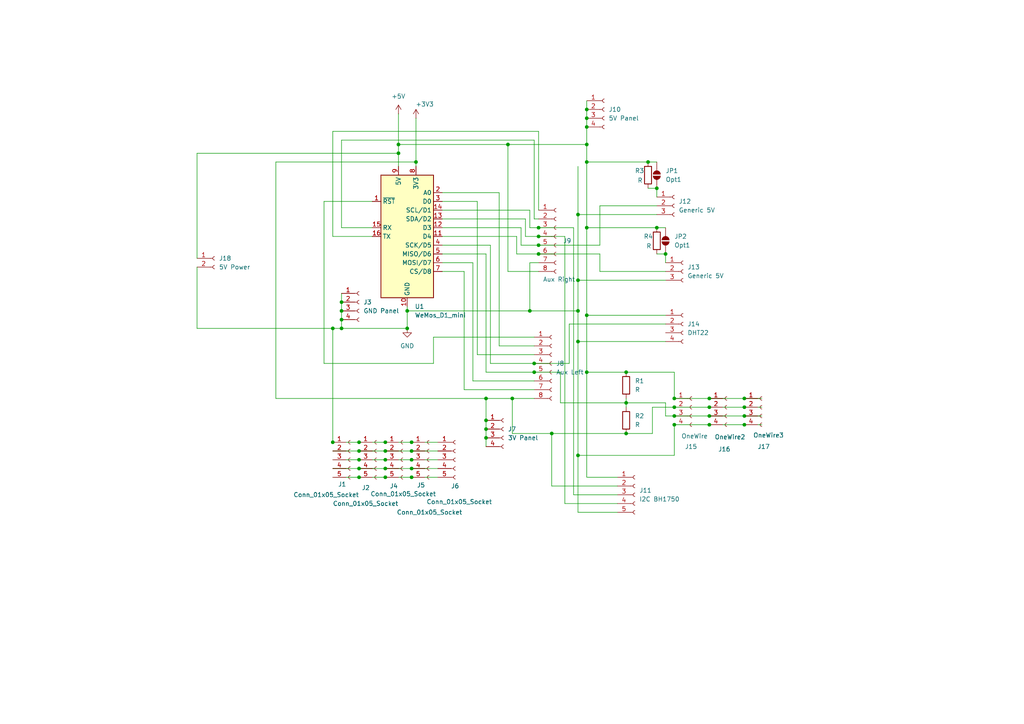
<source format=kicad_sch>
(kicad_sch (version 20231120) (generator "eeschema") (generator_version "8.0")
  (paper "A4")
  (lib_symbols
    (symbol "Connector:Conn_01x02_Socket" (pin_names (offset 1.016) hide)
      (property "Reference" "J" (at 0 2.54 0))
      (property "Value" "Conn_01x02_Socket" (at 0 -5.08 0))
      (symbol "Conn_01x02_Socket_1_1"
        (arc (start 0 -2.032) (mid -0.5058 -2.54) (end 0 -3.048) (stroke (width 0.1524)))
        (polyline (pts (xy -1.27 -2.54) (xy -0.508 -2.54)) (stroke (width 0.1524)))
        (polyline (pts (xy -1.27 0) (xy -0.508 0)) (stroke (width 0.1524)))
        (arc (start 0 0.508) (mid -0.5058 0) (end 0 -0.508) (stroke (width 0.1524)))
        (pin passive line (at -5.08 0 0) (length 3.81) (name "Pin_1") (number "1"))
        (pin passive line (at -5.08 -2.54 0) (length 3.81) (name "Pin_2") (number "2"))
      )
    )
    (symbol "Connector:Conn_01x03_Socket" (pin_names (offset 1.016) hide)
      (property "Reference" "J" (at 0 5.08 0))
      (property "Value" "Conn_01x03_Socket" (at 0 -5.08 0))
      (symbol "Conn_01x03_Socket_1_1"
        (arc (start 0 -2.032) (mid -0.5058 -2.54) (end 0 -3.048) (stroke (width 0.1524)))
        (polyline (pts (xy -1.27 -2.54) (xy -0.508 -2.54)) (stroke (width 0.1524)))
        (polyline (pts (xy -1.27 0) (xy -0.508 0)) (stroke (width 0.1524)))
        (polyline (pts (xy -1.27 2.54) (xy -0.508 2.54)) (stroke (width 0.1524)))
        (arc (start 0 0.508) (mid -0.5058 0) (end 0 -0.508) (stroke (width 0.1524)))
        (arc (start 0 3.048) (mid -0.5058 2.54) (end 0 2.032) (stroke (width 0.1524)))
        (pin passive line (at -5.08 2.54 0) (length 3.81) (name "Pin_1") (number "1"))
        (pin passive line (at -5.08 0 0) (length 3.81) (name "Pin_2") (number "2"))
        (pin passive line (at -5.08 -2.54 0) (length 3.81) (name "Pin_3") (number "3"))
      )
    )
    (symbol "Connector:Conn_01x04_Socket" (pin_names (offset 1.016) hide)
      (property "Reference" "J" (at 0 5.08 0))
      (property "Value" "Conn_01x04_Socket" (at 0 -7.62 0))
      (symbol "Conn_01x04_Socket_1_1"
        (arc (start 0 -4.572) (mid -0.5058 -5.08) (end 0 -5.588) (stroke (width 0.1524)))
        (arc (start 0 -2.032) (mid -0.5058 -2.54) (end 0 -3.048) (stroke (width 0.1524)))
        (polyline (pts (xy -1.27 -5.08) (xy -0.508 -5.08)) (stroke (width 0.1524)))
        (polyline (pts (xy -1.27 -2.54) (xy -0.508 -2.54)) (stroke (width 0.1524)))
        (polyline (pts (xy -1.27 0) (xy -0.508 0)) (stroke (width 0.1524)))
        (polyline (pts (xy -1.27 2.54) (xy -0.508 2.54)) (stroke (width 0.1524)))
        (arc (start 0 0.508) (mid -0.5058 0) (end 0 -0.508) (stroke (width 0.1524)))
        (arc (start 0 3.048) (mid -0.5058 2.54) (end 0 2.032) (stroke (width 0.1524)))
        (pin passive line (at -5.08 2.54 0) (length 3.81) (name "Pin_1") (number "1"))
        (pin passive line (at -5.08 0 0) (length 3.81) (name "Pin_2") (number "2"))
        (pin passive line (at -5.08 -2.54 0) (length 3.81) (name "Pin_3") (number "3"))
        (pin passive line (at -5.08 -5.08 0) (length 3.81) (name "Pin_4") (number "4"))
      )
    )
    (symbol "Connector:Conn_01x05_Socket" (pin_names (offset 1.016) hide)
      (property "Reference" "J" (at 0 7.62 0))
      (property "Value" "Conn_01x05_Socket" (at 0 -7.62 0))
      (symbol "Conn_01x05_Socket_1_1"
        (arc (start 0 -4.572) (mid -0.5058 -5.08) (end 0 -5.588) (stroke (width 0.1524)))
        (arc (start 0 -2.032) (mid -0.5058 -2.54) (end 0 -3.048) (stroke (width 0.1524)))
        (polyline (pts (xy -1.27 -5.08) (xy -0.508 -5.08)) (stroke (width 0.1524)))
        (polyline (pts (xy -1.27 -2.54) (xy -0.508 -2.54)) (stroke (width 0.1524)))
        (polyline (pts (xy -1.27 0) (xy -0.508 0)) (stroke (width 0.1524)))
        (polyline (pts (xy -1.27 2.54) (xy -0.508 2.54)) (stroke (width 0.1524)))
        (polyline (pts (xy -1.27 5.08) (xy -0.508 5.08)) (stroke (width 0.1524)))
        (arc (start 0 0.508) (mid -0.5058 0) (end 0 -0.508) (stroke (width 0.1524)))
        (arc (start 0 3.048) (mid -0.5058 2.54) (end 0 2.032) (stroke (width 0.1524)))
        (arc (start 0 5.588) (mid -0.5058 5.08) (end 0 4.572) (stroke (width 0.1524)))
        (pin passive line (at -5.08 5.08 0) (length 3.81) (name "Pin_1") (number "1"))
        (pin passive line (at -5.08 2.54 0) (length 3.81) (name "Pin_2") (number "2"))
        (pin passive line (at -5.08 0 0) (length 3.81) (name "Pin_3") (number "3"))
        (pin passive line (at -5.08 -2.54 0) (length 3.81) (name "Pin_4") (number "4"))
        (pin passive line (at -5.08 -5.08 0) (length 3.81) (name "Pin_5") (number "5"))
      )
    )
    (symbol "Connector:Conn_01x08_Socket" (pin_names (offset 1.016) hide)
      (property "Reference" "J" (at 0 10.16 0))
      (property "Value" "Conn_01x08_Socket" (at 0 -12.7 0))
      (symbol "Conn_01x08_Socket_1_1"
        (arc (start 0 -9.652) (mid -0.5058 -10.16) (end 0 -10.668) (stroke (width 0.1524)))
        (arc (start 0 -7.112) (mid -0.5058 -7.62) (end 0 -8.128) (stroke (width 0.1524)))
        (arc (start 0 -4.572) (mid -0.5058 -5.08) (end 0 -5.588) (stroke (width 0.1524)))
        (arc (start 0 -2.032) (mid -0.5058 -2.54) (end 0 -3.048) (stroke (width 0.1524)))
        (polyline (pts (xy -1.27 -10.16) (xy -0.508 -10.16)) (stroke (width 0.1524)))
        (polyline (pts (xy -1.27 -7.62) (xy -0.508 -7.62)) (stroke (width 0.1524)))
        (polyline (pts (xy -1.27 -5.08) (xy -0.508 -5.08)) (stroke (width 0.1524)))
        (polyline (pts (xy -1.27 -2.54) (xy -0.508 -2.54)) (stroke (width 0.1524)))
        (polyline (pts (xy -1.27 0) (xy -0.508 0)) (stroke (width 0.1524)))
        (polyline (pts (xy -1.27 2.54) (xy -0.508 2.54)) (stroke (width 0.1524)))
        (polyline (pts (xy -1.27 5.08) (xy -0.508 5.08)) (stroke (width 0.1524)))
        (polyline (pts (xy -1.27 7.62) (xy -0.508 7.62)) (stroke (width 0.1524)))
        (arc (start 0 0.508) (mid -0.5058 0) (end 0 -0.508) (stroke (width 0.1524)))
        (arc (start 0 3.048) (mid -0.5058 2.54) (end 0 2.032) (stroke (width 0.1524)))
        (arc (start 0 5.588) (mid -0.5058 5.08) (end 0 4.572) (stroke (width 0.1524)))
        (arc (start 0 8.128) (mid -0.5058 7.62) (end 0 7.112) (stroke (width 0.1524)))
        (pin passive line (at -5.08 7.62 0) (length 3.81) (name "Pin_1") (number "1"))
        (pin passive line (at -5.08 5.08 0) (length 3.81) (name "Pin_2") (number "2"))
        (pin passive line (at -5.08 2.54 0) (length 3.81) (name "Pin_3") (number "3"))
        (pin passive line (at -5.08 0 0) (length 3.81) (name "Pin_4") (number "4"))
        (pin passive line (at -5.08 -2.54 0) (length 3.81) (name "Pin_5") (number "5"))
        (pin passive line (at -5.08 -5.08 0) (length 3.81) (name "Pin_6") (number "6"))
        (pin passive line (at -5.08 -7.62 0) (length 3.81) (name "Pin_7") (number "7"))
        (pin passive line (at -5.08 -10.16 0) (length 3.81) (name "Pin_8") (number "8"))
      )
    )
    (symbol "Device:R" (pin_numbers hide) (pin_names (offset 0))
      (property "Reference" "R" (at 2.032 0 90))
      (property "Value" "R" (at 0 0 90))
      (symbol "R_0_1"
        (rectangle (start -1.016 -2.54) (end 1.016 2.54) (stroke (width 0.254)))
      )
      (symbol "R_1_1"
        (pin passive line (at 0 3.81 270) (length 1.27) (name "~") (number "1"))
        (pin passive line (at 0 -3.81 90) (length 1.27) (name "~") (number "2"))
      )
    )
    (symbol "Jumper:SolderJumper_2_Open" (pin_numbers hide) (pin_names (offset 0) hide) (exclude_from_sim yes) (in_bom no)
      (property "Reference" "JP" (at 0 2.032 0))
      (property "Value" "SolderJumper_2_Open" (at 0 -2.54 0))
      (symbol "SolderJumper_2_Open_0_1"
        (arc (start -0.254 1.016) (mid -1.2656 0) (end -0.254 -1.016))
        (arc (start -0.254 1.016) (mid -1.2656 0) (end -0.254 -1.016) (fill (type outline)))
        (polyline (pts (xy -0.254 1.016) (xy -0.254 -1.016)))
        (polyline (pts (xy 0.254 1.016) (xy 0.254 -1.016)))
        (arc (start 0.254 -1.016) (mid 1.2656 0) (end 0.254 1.016))
        (arc (start 0.254 -1.016) (mid 1.2656 0) (end 0.254 1.016) (fill (type outline)))
      )
      (symbol "SolderJumper_2_Open_1_1"
        (pin passive line (at -3.81 0 0) (length 2.54) (name "A") (number "1"))
        (pin passive line (at 3.81 0 180) (length 2.54) (name "B") (number "2"))
      )
    )
    (symbol "MCU_Module:WeMos_D1_mini"
      (property "Reference" "U" (at 3.81 19.05 0))
      (property "Value" "WeMos_D1_mini" (at 1.27 -19.05 0))
      (symbol "WeMos_D1_mini_1_1"
        (rectangle (start -7.62 17.78) (end 7.62 -17.78) (stroke (width 0.254)) (fill (type background)))
        (pin input line (at -10.16 10.16 0) (length 2.54) (name "~{RST}") (number "1"))
        (pin power_in line (at 0 -20.32 90) (length 2.54) (name "GND") (number "10"))
        (pin bidirectional line (at 10.16 0 180) (length 2.54) (name "D4") (number "11"))
        (pin bidirectional line (at 10.16 2.54 180) (length 2.54) (name "D3") (number "12"))
        (pin bidirectional line (at 10.16 5.08 180) (length 2.54) (name "SDA/D2") (number "13"))
        (pin bidirectional line (at 10.16 7.62 180) (length 2.54) (name "SCL/D1") (number "14"))
        (pin input line (at -10.16 2.54 0) (length 2.54) (name "RX") (number "15"))
        (pin output line (at -10.16 0 0) (length 2.54) (name "TX") (number "16"))
        (pin input line (at 10.16 12.7 180) (length 2.54) (name "A0") (number "2"))
        (pin bidirectional line (at 10.16 10.16 180) (length 2.54) (name "D0") (number "3"))
        (pin bidirectional line (at 10.16 -2.54 180) (length 2.54) (name "SCK/D5") (number "4"))
        (pin bidirectional line (at 10.16 -5.08 180) (length 2.54) (name "MISO/D6") (number "5"))
        (pin bidirectional line (at 10.16 -7.62 180) (length 2.54) (name "MOSI/D7") (number "6"))
        (pin bidirectional line (at 10.16 -10.16 180) (length 2.54) (name "CS/D8") (number "7"))
        (pin power_out line (at 2.54 20.32 270) (length 2.54) (name "3V3") (number "8"))
        (pin power_in line (at -2.54 20.32 270) (length 2.54) (name "5V") (number "9"))
      )
    )
    (symbol "power:+3V3" (power) (pin_numbers hide) (pin_names (offset 0) hide)
      (property "Value" "+3V3" (at 0 3.556 0))
      (symbol "+3V3_0_1"
        (polyline (pts (xy -0.762 1.27) (xy 0 2.54)))
        (polyline (pts (xy 0 0) (xy 0 2.54)))
        (polyline (pts (xy 0 2.54) (xy 0.762 1.27)))
      )
      (symbol "+3V3_1_1"
        (pin power_in line (at 0 0 90) (length 0) (name "~") (number "1"))
      )
    )
    (symbol "power:+5V" (power) (pin_numbers hide) (pin_names (offset 0) hide)
      (property "Value" "+5V" (at 0 3.556 0))
      (symbol "+5V_0_1"
        (polyline (pts (xy -0.762 1.27) (xy 0 2.54)))
        (polyline (pts (xy 0 0) (xy 0 2.54)))
        (polyline (pts (xy 0 2.54) (xy 0.762 1.27)))
      )
      (symbol "+5V_1_1"
        (pin power_in line (at 0 0 90) (length 0) (name "~") (number "1"))
      )
    )
    (symbol "power:GND" (power) (pin_numbers hide) (pin_names (offset 0) hide)
      (property "Value" "GND" (at 0 -3.81 0))
      (symbol "GND_0_1"
        (polyline (pts (xy 0 0) (xy 0 -1.27) (xy 1.27 -1.27) (xy 0 -2.54) (xy -1.27 -1.27) (xy 0 -1.27)))
      )
      (symbol "GND_1_1"
        (pin power_in line (at 0 0 270) (length 0) (name "~") (number "1"))
      )
    )
  )
  (junction (at 167.64 81.28))
  (junction (at 160.02 125.73))
  (junction (at 195.58 115.57))
  (junction (at 119.38 138.43))
  (junction (at 148.59 115.57))
  (junction (at 181.61 116.84))
  (junction (at 156.21 68.58))
  (junction (at 119.38 133.35))
  (junction (at 104.14 130.81))
  (junction (at 170.18 36.83))
  (junction (at 111.76 135.89))
  (junction (at 195.58 123.19))
  (junction (at 205.74 123.19))
  (junction (at 118.11 90.17))
  (junction (at 156.21 66.04))
  (junction (at 104.14 138.43))
  (junction (at 153.67 90.17))
  (junction (at 193.04 73.66))
  (junction (at 170.18 46.99))
  (junction (at 115.57 44.45))
  (junction (at 170.18 34.29))
  (junction (at 187.96 46.99))
  (junction (at 215.9 123.19))
  (junction (at 140.97 121.92))
  (junction (at 170.18 107.95))
  (junction (at 167.64 99.06))
  (junction (at 111.76 138.43))
  (junction (at 99.06 95.25))
  (junction (at 205.74 120.65))
  (junction (at 96.52 95.25))
  (junction (at 111.76 133.35))
  (junction (at 119.38 128.27))
  (junction (at 205.74 118.11))
  (junction (at 119.38 130.81))
  (junction (at 170.18 31.75))
  (junction (at 170.18 66.04))
  (junction (at 115.57 41.91))
  (junction (at 167.64 132.08))
  (junction (at 119.38 135.89))
  (junction (at 99.06 92.71))
  (junction (at 170.18 41.91))
  (junction (at 167.64 62.23))
  (junction (at 140.97 115.57))
  (junction (at 154.94 105.41))
  (junction (at 140.97 127))
  (junction (at 215.9 118.11))
  (junction (at 96.52 128.27))
  (junction (at 195.58 120.65))
  (junction (at 170.18 91.44))
  (junction (at 99.06 87.63))
  (junction (at 120.65 46.99))
  (junction (at 190.5 66.04))
  (junction (at 205.74 115.57))
  (junction (at 181.61 125.73))
  (junction (at 195.58 118.11))
  (junction (at 118.11 95.25))
  (junction (at 190.5 54.61))
  (junction (at 111.76 130.81))
  (junction (at 104.14 128.27))
  (junction (at 99.06 90.17))
  (junction (at 104.14 133.35))
  (junction (at 140.97 124.46))
  (junction (at 156.21 73.66))
  (junction (at 181.61 107.95))
  (junction (at 215.9 120.65))
  (junction (at 104.14 135.89))
  (junction (at 154.94 107.95))
  (junction (at 215.9 115.57))
  (junction (at 156.21 71.12))
  (junction (at 167.64 90.17))
  (junction (at 147.32 41.91))
  (junction (at 111.76 128.27))
  (wire (pts (xy 115.57 44.45) (xy 115.57 48.26)))
  (wire (pts (xy 187.96 54.61) (xy 190.5 54.61)))
  (wire (pts (xy 80.01 115.57) (xy 140.97 115.57)))
  (wire (pts (xy 195.58 120.65) (xy 205.74 120.65)))
  (wire (pts (xy 173.99 73.66) (xy 173.99 78.74)))
  (wire (pts (xy 195.58 118.11) (xy 205.74 118.11)))
  (wire (pts (xy 167.64 81.28) (xy 193.04 81.28)))
  (wire (pts (xy 205.74 115.57) (xy 215.9 115.57)))
  (wire (pts (xy 128.27 78.74) (xy 134.62 78.74)))
  (wire (pts (xy 148.59 115.57) (xy 154.94 115.57)))
  (wire (pts (xy 195.58 123.19) (xy 195.58 132.08)))
  (wire (pts (xy 99.06 40.64) (xy 154.94 40.64)))
  (wire (pts (xy 170.18 91.44) (xy 170.18 107.95)))
  (wire (pts (xy 173.99 59.69) (xy 190.5 59.69)))
  (wire (pts (xy 142.24 105.41) (xy 154.94 105.41)))
  (wire (pts (xy 160.02 140.97) (xy 179.07 140.97)))
  (wire (pts (xy 152.4 68.58) (xy 156.21 68.58)))
  (wire (pts (xy 128.27 60.96) (xy 153.67 60.96)))
  (wire (pts (xy 128.27 63.5) (xy 152.4 63.5)))
  (wire (pts (xy 99.06 92.71) (xy 99.06 95.25)))
  (wire (pts (xy 119.38 128.27) (xy 127 128.27)))
  (wire (pts (xy 111.76 133.35) (xy 119.38 133.35)))
  (wire (pts (xy 156.21 71.12) (xy 173.99 71.12)))
  (wire (pts (xy 128.27 68.58) (xy 149.86 68.58)))
  (wire (pts (xy 167.64 62.23) (xy 167.64 81.28)))
  (wire (pts (xy 93.98 105.41) (xy 125.73 105.41)))
  (wire (pts (xy 147.32 41.91) (xy 170.18 41.91)))
  (wire (pts (xy 119.38 138.43) (xy 127 138.43)))
  (wire (pts (xy 181.61 116.84) (xy 181.61 118.11)))
  (wire (pts (xy 140.97 107.95) (xy 154.94 107.95)))
  (wire (pts (xy 195.58 107.95) (xy 195.58 115.57)))
  (wire (pts (xy 153.67 66.04) (xy 156.21 66.04)))
  (wire (pts (xy 140.97 115.57) (xy 148.59 115.57)))
  (wire (pts (xy 170.18 107.95) (xy 170.18 138.43)))
  (wire (pts (xy 154.94 105.41) (xy 165.1 105.41)))
  (wire (pts (xy 205.74 123.19) (xy 215.9 123.19)))
  (wire (pts (xy 96.52 38.1) (xy 156.21 38.1)))
  (wire (pts (xy 170.18 91.44) (xy 193.04 91.44)))
  (wire (pts (xy 111.76 135.89) (xy 119.38 135.89)))
  (wire (pts (xy 115.57 41.91) (xy 115.57 44.45)))
  (wire (pts (xy 170.18 29.21) (xy 170.18 31.75)))
  (wire (pts (xy 195.58 123.19) (xy 205.74 123.19)))
  (wire (pts (xy 96.52 128.27) (xy 104.14 128.27)))
  (wire (pts (xy 167.64 99.06) (xy 167.64 132.08)))
  (wire (pts (xy 156.21 73.66) (xy 173.99 73.66)))
  (wire (pts (xy 167.64 132.08) (xy 167.64 148.59)))
  (wire (pts (xy 107.95 58.42) (xy 93.98 58.42)))
  (wire (pts (xy 189.23 118.11) (xy 195.58 118.11)))
  (wire (pts (xy 170.18 41.91) (xy 170.18 46.99)))
  (wire (pts (xy 162.56 107.95) (xy 162.56 116.84)))
  (wire (pts (xy 167.64 90.17) (xy 167.64 99.06)))
  (wire (pts (xy 104.14 138.43) (xy 111.76 138.43)))
  (wire (pts (xy 140.97 115.57) (xy 140.97 121.92)))
  (wire (pts (xy 160.02 125.73) (xy 160.02 140.97)))
  (wire (pts (xy 119.38 130.81) (xy 127 130.81)))
  (wire (pts (xy 99.06 85.09) (xy 99.06 87.63)))
  (wire (pts (xy 104.14 130.81) (xy 111.76 130.81)))
  (wire (pts (xy 149.86 73.66) (xy 156.21 73.66)))
  (wire (pts (xy 153.67 90.17) (xy 167.64 90.17)))
  (wire (pts (xy 160.02 125.73) (xy 181.61 125.73)))
  (wire (pts (xy 152.4 63.5) (xy 152.4 68.58)))
  (wire (pts (xy 96.52 135.89) (xy 104.14 135.89)))
  (wire (pts (xy 96.52 95.25) (xy 99.06 95.25)))
  (wire (pts (xy 170.18 107.95) (xy 181.61 107.95)))
  (wire (pts (xy 128.27 55.88) (xy 144.78 55.88)))
  (wire (pts (xy 99.06 66.04) (xy 99.06 40.64)))
  (wire (pts (xy 104.14 135.89) (xy 111.76 135.89)))
  (wire (pts (xy 147.32 41.91) (xy 147.32 78.74)))
  (wire (pts (xy 142.24 71.12) (xy 142.24 105.41)))
  (wire (pts (xy 128.27 66.04) (xy 151.13 66.04)))
  (wire (pts (xy 156.21 66.04) (xy 166.37 66.04)))
  (wire (pts (xy 120.65 46.99) (xy 120.65 48.26)))
  (wire (pts (xy 167.64 62.23) (xy 190.5 62.23)))
  (wire (pts (xy 167.64 48.26) (xy 167.64 62.23)))
  (wire (pts (xy 140.97 124.46) (xy 140.97 127)))
  (wire (pts (xy 153.67 76.2) (xy 153.67 90.17)))
  (wire (pts (xy 128.27 76.2) (xy 137.16 76.2)))
  (wire (pts (xy 195.58 115.57) (xy 205.74 115.57)))
  (wire (pts (xy 93.98 58.42) (xy 93.98 105.41)))
  (wire (pts (xy 167.64 99.06) (xy 193.04 99.06)))
  (wire (pts (xy 181.61 116.84) (xy 193.04 116.84)))
  (wire (pts (xy 148.59 125.73) (xy 160.02 125.73)))
  (wire (pts (xy 156.21 76.2) (xy 153.67 76.2)))
  (wire (pts (xy 128.27 73.66) (xy 140.97 73.66)))
  (wire (pts (xy 166.37 66.04) (xy 166.37 143.51)))
  (wire (pts (xy 156.21 68.58) (xy 163.83 68.58)))
  (wire (pts (xy 165.1 105.41) (xy 165.1 93.98)))
  (wire (pts (xy 215.9 115.57) (xy 220.98 115.57)))
  (wire (pts (xy 115.57 33.02) (xy 115.57 41.91)))
  (wire (pts (xy 170.18 36.83) (xy 170.18 41.91)))
  (wire (pts (xy 147.32 78.74) (xy 156.21 78.74)))
  (wire (pts (xy 125.73 97.79) (xy 154.94 97.79)))
  (wire (pts (xy 118.11 90.17) (xy 153.67 90.17)))
  (wire (pts (xy 57.15 95.25) (xy 57.15 77.47)))
  (wire (pts (xy 190.5 66.04) (xy 193.04 66.04)))
  (wire (pts (xy 104.14 128.27) (xy 111.76 128.27)))
  (wire (pts (xy 170.18 66.04) (xy 170.18 91.44)))
  (wire (pts (xy 111.76 138.43) (xy 119.38 138.43)))
  (wire (pts (xy 99.06 95.25) (xy 118.11 95.25)))
  (wire (pts (xy 205.74 118.11) (xy 215.9 118.11)))
  (wire (pts (xy 215.9 123.19) (xy 220.98 123.19)))
  (wire (pts (xy 144.78 55.88) (xy 144.78 100.33)))
  (wire (pts (xy 181.61 125.73) (xy 189.23 125.73)))
  (wire (pts (xy 144.78 100.33) (xy 154.94 100.33)))
  (wire (pts (xy 120.65 46.99) (xy 80.01 46.99)))
  (wire (pts (xy 190.5 73.66) (xy 193.04 73.66)))
  (wire (pts (xy 119.38 135.89) (xy 127 135.89)))
  (wire (pts (xy 181.61 115.57) (xy 181.61 116.84)))
  (wire (pts (xy 170.18 66.04) (xy 190.5 66.04)))
  (wire (pts (xy 167.64 132.08) (xy 195.58 132.08)))
  (wire (pts (xy 170.18 46.99) (xy 187.96 46.99)))
  (wire (pts (xy 215.9 120.65) (xy 220.98 120.65)))
  (wire (pts (xy 163.83 68.58) (xy 163.83 146.05)))
  (wire (pts (xy 187.96 46.99) (xy 190.5 46.99)))
  (wire (pts (xy 153.67 60.96) (xy 153.67 66.04)))
  (wire (pts (xy 190.5 54.61) (xy 190.5 57.15)))
  (wire (pts (xy 181.61 107.95) (xy 195.58 107.95)))
  (wire (pts (xy 140.97 73.66) (xy 140.97 107.95)))
  (wire (pts (xy 125.73 105.41) (xy 125.73 97.79)))
  (wire (pts (xy 115.57 44.45) (xy 57.15 44.45)))
  (wire (pts (xy 134.62 113.03) (xy 154.94 113.03)))
  (wire (pts (xy 149.86 68.58) (xy 149.86 73.66)))
  (wire (pts (xy 80.01 46.99) (xy 80.01 115.57)))
  (wire (pts (xy 115.57 41.91) (xy 147.32 41.91)))
  (wire (pts (xy 140.97 127) (xy 140.97 129.54)))
  (wire (pts (xy 167.64 81.28) (xy 167.64 90.17)))
  (wire (pts (xy 57.15 44.45) (xy 57.15 74.93)))
  (wire (pts (xy 154.94 63.5) (xy 156.21 63.5)))
  (wire (pts (xy 154.94 107.95) (xy 162.56 107.95)))
  (wire (pts (xy 96.52 130.81) (xy 104.14 130.81)))
  (wire (pts (xy 120.65 34.29) (xy 120.65 46.99)))
  (wire (pts (xy 111.76 128.27) (xy 119.38 128.27)))
  (wire (pts (xy 128.27 71.12) (xy 142.24 71.12)))
  (wire (pts (xy 154.94 40.64) (xy 154.94 63.5)))
  (wire (pts (xy 99.06 90.17) (xy 99.06 92.71)))
  (wire (pts (xy 137.16 76.2) (xy 137.16 110.49)))
  (wire (pts (xy 167.64 148.59) (xy 179.07 148.59)))
  (wire (pts (xy 163.83 146.05) (xy 179.07 146.05)))
  (wire (pts (xy 205.74 120.65) (xy 215.9 120.65)))
  (wire (pts (xy 151.13 71.12) (xy 156.21 71.12)))
  (wire (pts (xy 170.18 34.29) (xy 170.18 36.83)))
  (wire (pts (xy 170.18 46.99) (xy 170.18 66.04)))
  (wire (pts (xy 193.04 116.84) (xy 193.04 120.65)))
  (wire (pts (xy 99.06 66.04) (xy 107.95 66.04)))
  (wire (pts (xy 119.38 133.35) (xy 127 133.35)))
  (wire (pts (xy 134.62 78.74) (xy 134.62 113.03)))
  (wire (pts (xy 189.23 125.73) (xy 189.23 118.11)))
  (wire (pts (xy 165.1 93.98) (xy 193.04 93.98)))
  (wire (pts (xy 173.99 71.12) (xy 173.99 59.69)))
  (wire (pts (xy 111.76 130.81) (xy 119.38 130.81)))
  (wire (pts (xy 96.52 68.58) (xy 107.95 68.58)))
  (wire (pts (xy 156.21 38.1) (xy 156.21 60.96)))
  (wire (pts (xy 118.11 88.9) (xy 118.11 90.17)))
  (wire (pts (xy 128.27 58.42) (xy 138.43 58.42)))
  (wire (pts (xy 162.56 116.84) (xy 181.61 116.84)))
  (wire (pts (xy 96.52 38.1) (xy 96.52 68.58)))
  (wire (pts (xy 170.18 31.75) (xy 170.18 34.29)))
  (wire (pts (xy 138.43 58.42) (xy 138.43 102.87)))
  (wire (pts (xy 166.37 143.51) (xy 179.07 143.51)))
  (wire (pts (xy 215.9 118.11) (xy 220.98 118.11)))
  (wire (pts (xy 96.52 138.43) (xy 104.14 138.43)))
  (wire (pts (xy 96.52 133.35) (xy 104.14 133.35)))
  (wire (pts (xy 151.13 66.04) (xy 151.13 71.12)))
  (wire (pts (xy 173.99 78.74) (xy 193.04 78.74)))
  (wire (pts (xy 137.16 110.49) (xy 154.94 110.49)))
  (wire (pts (xy 96.52 95.25) (xy 57.15 95.25)))
  (wire (pts (xy 118.11 90.17) (xy 118.11 95.25)))
  (wire (pts (xy 193.04 73.66) (xy 193.04 76.2)))
  (wire (pts (xy 138.43 102.87) (xy 154.94 102.87)))
  (wire (pts (xy 140.97 121.92) (xy 140.97 124.46)))
  (wire (pts (xy 96.52 95.25) (xy 96.52 128.27)))
  (wire (pts (xy 99.06 87.63) (xy 99.06 90.17)))
  (wire (pts (xy 148.59 115.57) (xy 148.59 125.73)))
  (wire (pts (xy 193.04 120.65) (xy 195.58 120.65)))
  (wire (pts (xy 170.18 138.43) (xy 179.07 138.43)))
  (wire (pts (xy 104.14 133.35) (xy 111.76 133.35)))
  (symbol (lib_id "Connector:Conn_01x04_Socket") (at 146.05 124.46 0) (unit 1)
    (property "Reference" "J7" (at 147.32 124.4599 0) (effects (justify left)))
    (property "Value" "3V Panel" (at 147.32 126.9999 0) (effects (justify left)))
    (property "Footprint" "Connector_PinHeader_2.54mm:PinHeader_1x04_P2.54mm_Vertical" (effects (hide yes)))
    (property "Description" "Generic connector, single row, 01x04, script generated" (effects (hide yes)))
  )
  (symbol (lib_id "Connector:Conn_01x04_Socket") (at 200.66 118.11 0) (unit 1)
    (property "Reference" "J15" (at 198.628 129.54 0) (effects (justify left)))
    (property "Value" "OneWire" (at 197.612 126.492 0) (effects (justify left)))
    (property "Footprint" "Connector_PinHeader_2.54mm:PinHeader_1x04_P2.54mm_Vertical" (effects (hide yes)))
    (property "Description" "Generic connector, single row, 01x04, script generated" (effects (hide yes)))
  )
  (symbol (lib_id "Jumper:SolderJumper_2_Open") (at 193.04 69.85 270) (unit 1) (exclude_from_sim yes) (in_bom no)
    (property "Reference" "JP2" (at 195.58 68.5799 90) (effects (justify left)))
    (property "Value" "Opt1" (at 195.58 71.1199 90) (effects (justify left)))
    (property "Footprint" "Jumper:SolderJumper-2_P1.3mm_Open_RoundedPad1.0x1.5mm" (effects (hide yes)))
    (property "Description" "Solder Jumper, 2-pole, open" (effects (hide yes)))
  )
  (symbol (lib_id "Connector:Conn_01x05_Socket") (at 109.22 133.35 0) (unit 1)
    (property "Reference" "J2" (at 104.902 141.478 0) (effects (justify left)))
    (property "Value" "Conn_01x05_Socket" (at 96.52 146.05 0) (effects (justify left)))
    (property "Footprint" "Connector_PinHeader_2.54mm:PinHeader_1x05_P2.54mm_Vertical" (effects (hide yes)))
    (property "Description" "Generic connector, single row, 01x05, script generated" (effects (hide yes)))
  )
  (symbol (lib_id "Connector:Conn_01x03_Socket") (at 195.58 59.69 0) (unit 1)
    (property "Reference" "J12" (at 196.85 58.4199 0) (effects (justify left)))
    (property "Value" "Generic 5V" (at 196.85 60.9599 0) (effects (justify left)))
    (property "Footprint" "Connector_JST:JST_XH_B3B-XH-A_1x03_P2.50mm_Vertical" (effects (hide yes)))
    (property "Description" "Generic connector, single row, 01x03, script generated" (effects (hide yes)))
  )
  (symbol (lib_id "Connector:Conn_01x05_Socket") (at 101.6 133.35 0) (unit 1)
    (property "Reference" "J1" (at 98.044 140.462 0) (effects (justify left)))
    (property "Value" "Conn_01x05_Socket" (at 85.09 143.51 0) (effects (justify left)))
    (property "Footprint" "Connector_PinHeader_2.54mm:PinHeader_1x05_P2.54mm_Vertical" (effects (hide yes)))
    (property "Description" "Generic connector, single row, 01x05, script generated" (effects (hide yes)))
  )
  (symbol (lib_id "Device:R") (at 187.96 50.8 0) (unit 1)
    (property "Reference" "R3" (at 184.15 49.53 0) (effects (justify left)))
    (property "Value" "R" (at 184.912 52.324 0) (effects (justify left)))
    (property "Footprint" "Resistor_THT:R_Axial_DIN0204_L3.6mm_D1.6mm_P5.08mm_Vertical" (effects (hide yes)))
    (property "Description" "Resistor" (effects (hide yes)))
  )
  (symbol (lib_id "Device:R") (at 181.61 121.92 0) (unit 1)
    (property "Reference" "R2" (at 184.15 120.6499 0) (effects (justify left)))
    (property "Value" "R" (at 184.15 123.1899 0) (effects (justify left)))
    (property "Footprint" "Resistor_THT:R_Axial_DIN0204_L3.6mm_D1.6mm_P7.62mm_Horizontal" (effects (hide yes)))
    (property "Description" "Resistor" (effects (hide yes)))
  )
  (symbol (lib_id "Connector:Conn_01x05_Socket") (at 116.84 133.35 0) (unit 1)
    (property "Reference" "J4" (at 113.03 140.97 0) (effects (justify left)))
    (property "Value" "Conn_01x05_Socket" (at 107.442 143.256 0) (effects (justify left)))
    (property "Footprint" "Connector_PinHeader_2.54mm:PinHeader_1x05_P2.54mm_Vertical" (effects (hide yes)))
    (property "Description" "Generic connector, single row, 01x05, script generated" (effects (hide yes)))
  )
  (symbol (lib_id "Connector:Conn_01x04_Socket") (at 198.12 93.98 0) (unit 1)
    (property "Reference" "J14" (at 199.39 93.9799 0) (effects (justify left)))
    (property "Value" "DHT22" (at 199.39 96.5199 0) (effects (justify left)))
    (property "Footprint" "Connector_PinHeader_2.54mm:PinHeader_1x04_P2.54mm_Vertical" (effects (hide yes)))
    (property "Description" "Generic connector, single row, 01x04, script generated" (effects (hide yes)))
  )
  (symbol (lib_id "Connector:Conn_01x04_Socket") (at 175.26 31.75 0) (unit 1)
    (property "Reference" "J10" (at 176.53 31.7499 0) (effects (justify left)))
    (property "Value" "5V Panel" (at 176.53 34.2899 0) (effects (justify left)))
    (property "Footprint" "Connector_PinHeader_2.54mm:PinHeader_1x04_P2.54mm_Vertical" (effects (hide yes)))
    (property "Description" "Generic connector, single row, 01x04, script generated" (effects (hide yes)))
  )
  (symbol (lib_id "Connector:Conn_01x04_Socket") (at 220.98 118.11 0) (unit 1)
    (property "Reference" "J17" (at 219.71 129.54 0) (effects (justify left)))
    (property "Value" "OneWire3" (at 218.44 126.238 0) (effects (justify left)))
    (property "Footprint" "Connector_PinHeader_2.54mm:PinHeader_1x04_P2.54mm_Vertical" (effects (hide yes)))
    (property "Description" "Generic connector, single row, 01x04, script generated" (effects (hide yes)))
  )
  (symbol (lib_id "power:+3V3") (at 120.65 34.29 0) (unit 1)
    (property "Reference" "#PWR03" (effects (hide yes)))
    (property "Value" "+3V3" (at 123.19 30.226 0))
    (property "Description" "Power symbol creates a global label with name \"+3V3\"" (effects (hide yes)))
  )
  (symbol (lib_id "Connector:Conn_01x05_Socket") (at 132.08 133.35 0) (unit 1)
    (property "Reference" "J6" (at 130.81 140.97 0) (effects (justify left)))
    (property "Value" "Conn_01x05_Socket" (at 123.698 145.542 0) (effects (justify left)))
    (property "Footprint" "Connector_PinHeader_2.54mm:PinHeader_1x05_P2.54mm_Vertical" (effects (hide yes)))
    (property "Description" "Generic connector, single row, 01x05, script generated" (effects (hide yes)))
  )
  (symbol (lib_id "power:GND") (at 118.11 95.25 0) (unit 1)
    (property "Reference" "#PWR02" (effects (hide yes)))
    (property "Value" "GND" (at 118.11 100.33 0))
    (property "Description" "Power symbol creates a global label with name \"GND\" , ground" (effects (hide yes)))
  )
  (symbol (lib_id "Connector:Conn_01x05_Socket") (at 184.15 143.51 0) (unit 1)
    (property "Reference" "J11" (at 185.42 142.2399 0) (effects (justify left)))
    (property "Value" "I2C BH1750" (at 185.42 144.7799 0) (effects (justify left)))
    (property "Footprint" "Connector_PinHeader_2.54mm:PinHeader_1x05_P2.54mm_Vertical" (effects (hide yes)))
    (property "Description" "Generic connector, single row, 01x05, script generated" (effects (hide yes)))
  )
  (symbol (lib_id "Connector:Conn_01x04_Socket") (at 104.14 87.63 0) (unit 1)
    (property "Reference" "J3" (at 105.41 87.6299 0) (effects (justify left)))
    (property "Value" "GND Panel" (at 105.41 90.1699 0) (effects (justify left)))
    (property "Footprint" "Connector_PinHeader_2.54mm:PinHeader_1x04_P2.54mm_Vertical" (effects (hide yes)))
    (property "Description" "Generic connector, single row, 01x04, script generated" (effects (hide yes)))
  )
  (symbol (lib_id "power:+5V") (at 115.57 33.02 0) (unit 1)
    (property "Reference" "#PWR01" (effects (hide yes)))
    (property "Value" "+5V" (at 115.57 27.94 0))
    (property "Description" "Power symbol creates a global label with name \"+5V\"" (effects (hide yes)))
  )
  (symbol (lib_id "Connector:Conn_01x08_Socket") (at 160.02 105.41 0) (unit 1)
    (property "Reference" "J8" (at 161.29 105.4099 0) (effects (justify left)))
    (property "Value" "Aux Left" (at 161.29 107.9499 0) (effects (justify left)))
    (property "Footprint" "Connector_PinHeader_2.54mm:PinHeader_1x08_P2.54mm_Vertical" (effects (hide yes)))
    (property "Description" "Generic connector, single row, 01x08, script generated" (effects (hide yes)))
  )
  (symbol (lib_id "Connector:Conn_01x04_Socket") (at 210.82 118.11 0) (unit 1)
    (property "Reference" "J16" (at 208.28 130.302 0) (effects (justify left)))
    (property "Value" "OneWire2" (at 207.264 126.746 0) (effects (justify left)))
    (property "Footprint" "Connector_PinHeader_2.54mm:PinHeader_1x04_P2.54mm_Vertical" (effects (hide yes)))
    (property "Description" "Generic connector, single row, 01x04, script generated" (effects (hide yes)))
  )
  (symbol (lib_id "Connector:Conn_01x03_Socket") (at 198.12 78.74 0) (unit 1)
    (property "Reference" "J13" (at 199.39 77.4699 0) (effects (justify left)))
    (property "Value" "Generic 5V" (at 199.39 80.0099 0) (effects (justify left)))
    (property "Footprint" "Connector_JST:JST_XH_B3B-XH-A_1x03_P2.50mm_Vertical" (effects (hide yes)))
    (property "Description" "Generic connector, single row, 01x03, script generated" (effects (hide yes)))
  )
  (symbol (lib_id "Device:R") (at 190.5 69.85 0) (unit 1)
    (property "Reference" "R4" (at 186.69 68.58 0) (effects (justify left)))
    (property "Value" "R" (at 187.452 71.374 0) (effects (justify left)))
    (property "Footprint" "Resistor_THT:R_Axial_DIN0204_L3.6mm_D1.6mm_P5.08mm_Vertical" (effects (hide yes)))
    (property "Description" "Resistor" (effects (hide yes)))
  )
  (symbol (lib_id "Device:R") (at 181.61 111.76 0) (unit 1)
    (property "Reference" "R1" (at 184.15 110.4899 0) (effects (justify left)))
    (property "Value" "R" (at 184.15 113.0299 0) (effects (justify left)))
    (property "Footprint" "Resistor_THT:R_Axial_DIN0204_L3.6mm_D1.6mm_P7.62mm_Horizontal" (effects (hide yes)))
    (property "Description" "Resistor" (effects (hide yes)))
  )
  (symbol (lib_id "Connector:Conn_01x05_Socket") (at 124.46 133.35 0) (unit 1)
    (property "Reference" "J5" (at 120.904 140.716 0) (effects (justify left)))
    (property "Value" "Conn_01x05_Socket" (at 115.062 148.59 0) (effects (justify left)))
    (property "Footprint" "Connector_PinHeader_2.54mm:PinHeader_1x05_P2.54mm_Vertical" (effects (hide yes)))
    (property "Description" "Generic connector, single row, 01x05, script generated" (effects (hide yes)))
  )
  (symbol (lib_id "Connector:Conn_01x08_Socket") (at 161.29 68.58 0) (unit 1)
    (property "Reference" "J9" (at 163.322 69.85 0) (effects (justify left)))
    (property "Value" "Aux Right" (at 157.48 81.026 0) (effects (justify left)))
    (property "Footprint" "Connector_PinHeader_2.54mm:PinHeader_1x08_P2.54mm_Vertical" (effects (hide yes)))
    (property "Description" "Generic connector, single row, 01x08, script generated" (effects (hide yes)))
  )
  (symbol (lib_id "MCU_Module:WeMos_D1_mini") (at 118.11 68.58 0) (unit 1)
    (property "Reference" "U1" (at 120.3041 88.9 0) (effects (justify left)))
    (property "Value" "WeMos_D1_mini" (at 120.3041 91.44 0) (effects (justify left)))
    (property "Footprint" "Module:WEMOS_D1_mini_light" (effects (hide yes)))
    (property "Datasheet" "https://wiki.wemos.cc/products:d1:d1_mini#documentation" (effects (hide yes)))
    (property "Description" "32-bit microcontroller module with WiFi" (effects (hide yes)))
  )
  (symbol (lib_id "Connector:Conn_01x02_Socket") (at 62.23 74.93 0) (unit 1)
    (property "Reference" "J18" (at 63.5 74.9299 0) (effects (justify left)))
    (property "Value" "5V Power" (at 63.5 77.4699 0) (effects (justify left)))
    (property "Footprint" "Connector_JST:JST_XH_B2B-XH-AM_1x02_P2.50mm_Vertical" (effects (hide yes)))
    (property "Description" "Generic connector, single row, 01x02, script generated" (effects (hide yes)))
  )
  (symbol (lib_id "Jumper:SolderJumper_2_Open") (at 190.5 50.8 270) (unit 1) (exclude_from_sim yes) (in_bom no)
    (property "Reference" "JP1" (at 193.04 49.5299 90) (effects (justify left)))
    (property "Value" "Opt1" (at 193.04 52.0699 90) (effects (justify left)))
    (property "Footprint" "Jumper:SolderJumper-2_P1.3mm_Open_RoundedPad1.0x1.5mm" (effects (hide yes)))
    (property "Description" "Solder Jumper, 2-pole, open" (effects (hide yes)))
  )
)
</source>
